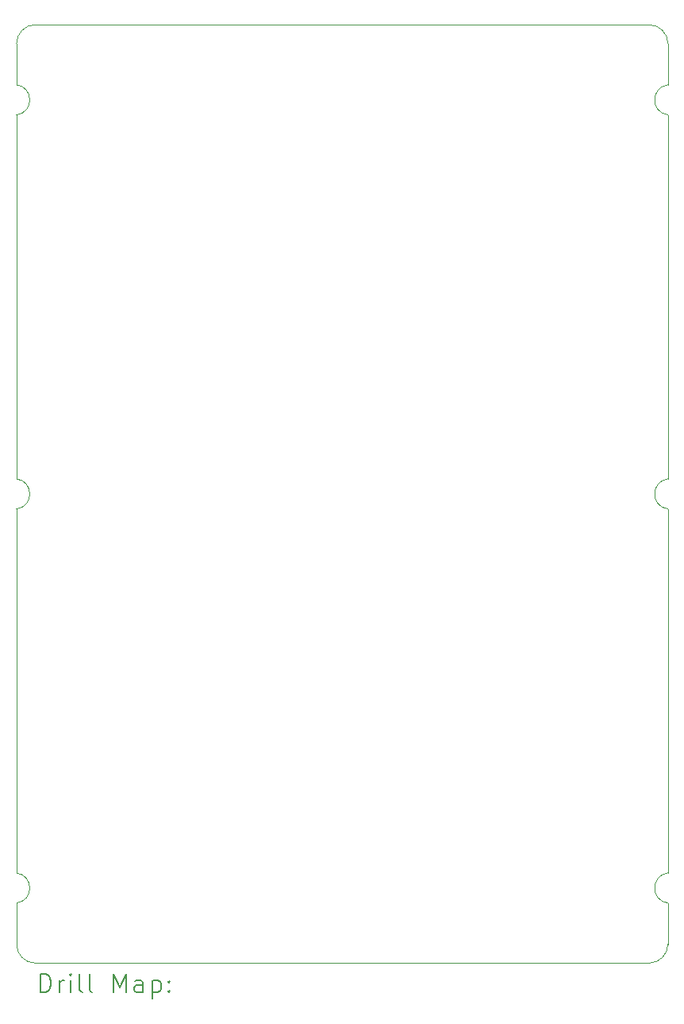
<source format=gbr>
%TF.GenerationSoftware,KiCad,Pcbnew,(6.0.9)*%
%TF.CreationDate,2023-11-09T13:38:23+05:30*%
%TF.ProjectId,Modular-I2C-4PxRJ45-Relay-Driver,4d6f6475-6c61-4722-9d49-32432d345078,2*%
%TF.SameCoordinates,Original*%
%TF.FileFunction,Drillmap*%
%TF.FilePolarity,Positive*%
%FSLAX45Y45*%
G04 Gerber Fmt 4.5, Leading zero omitted, Abs format (unit mm)*
G04 Created by KiCad (PCBNEW (6.0.9)) date 2023-11-09 13:38:23*
%MOMM*%
%LPD*%
G01*
G04 APERTURE LIST*
%ADD10C,0.050000*%
%ADD11C,0.200000*%
G04 APERTURE END LIST*
D10*
X18439600Y-7168200D02*
X18439600Y-11048200D01*
X18439600Y-11368200D02*
X18439600Y-11808200D01*
X18239600Y-12008200D02*
X11689600Y-12008200D01*
X11689600Y-2008200D02*
G75*
G03*
X11489600Y-2208200I0J-200000D01*
G01*
X18239600Y-12008200D02*
G75*
G03*
X18439600Y-11808200I0J200000D01*
G01*
X11689600Y-2008200D02*
X18239600Y-2008200D01*
X11489600Y-2968200D02*
G75*
G03*
X11489600Y-2648200I-20070J160000D01*
G01*
X18439600Y-2648200D02*
G75*
G03*
X18439600Y-2968200I20070J-160000D01*
G01*
X18439600Y-6848200D02*
G75*
G03*
X18439600Y-7168200I20070J-160000D01*
G01*
X18439600Y-2208200D02*
X18439600Y-2648200D01*
X11489600Y-11808200D02*
X11489600Y-11368200D01*
X11489600Y-11368200D02*
G75*
G03*
X11489600Y-11048200I-20070J160000D01*
G01*
X11489600Y-2208200D02*
X11489600Y-2648200D01*
X11489600Y-2968200D02*
X11489600Y-6848200D01*
X18439600Y-11048200D02*
G75*
G03*
X18439600Y-11368200I20070J-160000D01*
G01*
X18439600Y-6848200D02*
X18439600Y-2968200D01*
X11489600Y-7168200D02*
G75*
G03*
X11489600Y-6848200I-20070J160000D01*
G01*
X18439600Y-2208200D02*
G75*
G03*
X18239600Y-2008200I-200000J0D01*
G01*
X11489600Y-11808200D02*
G75*
G03*
X11689600Y-12008200I200000J0D01*
G01*
X11489600Y-7168200D02*
X11489600Y-11048200D01*
D11*
X11744719Y-12321176D02*
X11744719Y-12121176D01*
X11792338Y-12121176D01*
X11820909Y-12130700D01*
X11839957Y-12149748D01*
X11849481Y-12168795D01*
X11859005Y-12206890D01*
X11859005Y-12235462D01*
X11849481Y-12273557D01*
X11839957Y-12292605D01*
X11820909Y-12311652D01*
X11792338Y-12321176D01*
X11744719Y-12321176D01*
X11944719Y-12321176D02*
X11944719Y-12187843D01*
X11944719Y-12225938D02*
X11954243Y-12206890D01*
X11963767Y-12197367D01*
X11982814Y-12187843D01*
X12001862Y-12187843D01*
X12068528Y-12321176D02*
X12068528Y-12187843D01*
X12068528Y-12121176D02*
X12059005Y-12130700D01*
X12068528Y-12140224D01*
X12078052Y-12130700D01*
X12068528Y-12121176D01*
X12068528Y-12140224D01*
X12192338Y-12321176D02*
X12173290Y-12311652D01*
X12163767Y-12292605D01*
X12163767Y-12121176D01*
X12297100Y-12321176D02*
X12278052Y-12311652D01*
X12268528Y-12292605D01*
X12268528Y-12121176D01*
X12525671Y-12321176D02*
X12525671Y-12121176D01*
X12592338Y-12264033D01*
X12659005Y-12121176D01*
X12659005Y-12321176D01*
X12839957Y-12321176D02*
X12839957Y-12216414D01*
X12830433Y-12197367D01*
X12811386Y-12187843D01*
X12773290Y-12187843D01*
X12754243Y-12197367D01*
X12839957Y-12311652D02*
X12820909Y-12321176D01*
X12773290Y-12321176D01*
X12754243Y-12311652D01*
X12744719Y-12292605D01*
X12744719Y-12273557D01*
X12754243Y-12254509D01*
X12773290Y-12244986D01*
X12820909Y-12244986D01*
X12839957Y-12235462D01*
X12935195Y-12187843D02*
X12935195Y-12387843D01*
X12935195Y-12197367D02*
X12954243Y-12187843D01*
X12992338Y-12187843D01*
X13011386Y-12197367D01*
X13020909Y-12206890D01*
X13030433Y-12225938D01*
X13030433Y-12283081D01*
X13020909Y-12302128D01*
X13011386Y-12311652D01*
X12992338Y-12321176D01*
X12954243Y-12321176D01*
X12935195Y-12311652D01*
X13116148Y-12302128D02*
X13125671Y-12311652D01*
X13116148Y-12321176D01*
X13106624Y-12311652D01*
X13116148Y-12302128D01*
X13116148Y-12321176D01*
X13116148Y-12197367D02*
X13125671Y-12206890D01*
X13116148Y-12216414D01*
X13106624Y-12206890D01*
X13116148Y-12197367D01*
X13116148Y-12216414D01*
M02*

</source>
